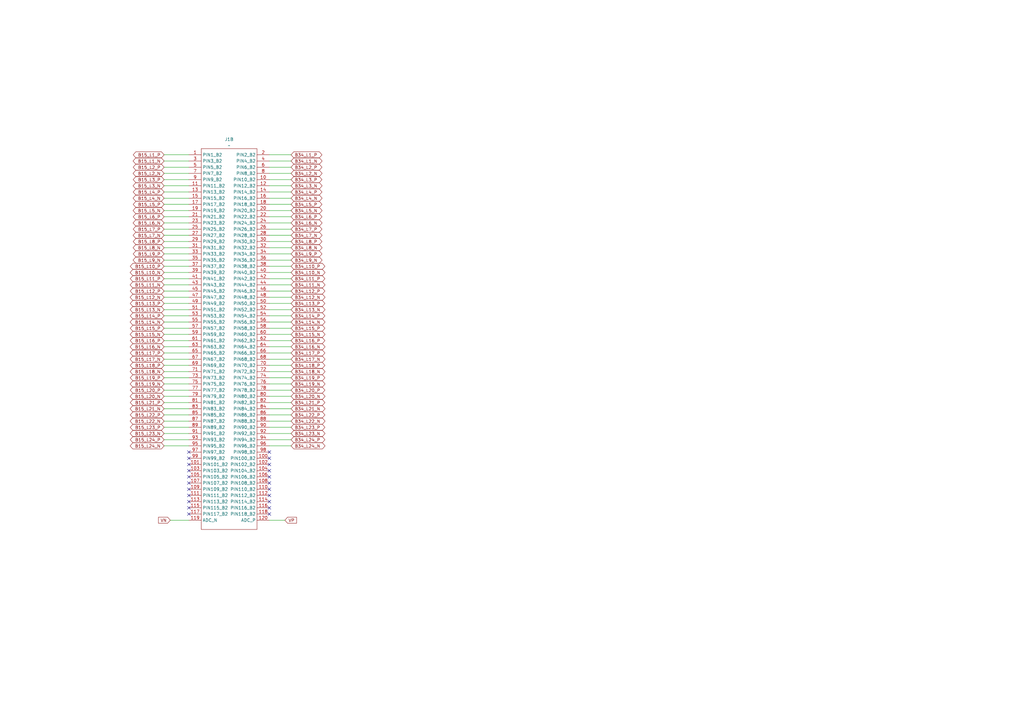
<source format=kicad_sch>
(kicad_sch (version 20231120) (generator "eeschema") (generator_version "8.0")
  (paper "A3")
  (no_connect (at 110.49 200.66))
  (no_connect (at 110.49 190.5))
  (no_connect (at 77.47 205.74))
  (no_connect (at 77.47 185.42))
  (no_connect (at 110.49 203.2))
  (no_connect (at 77.47 203.2))
  (no_connect (at 77.47 208.28))
  (no_connect (at 110.49 208.28))
  (no_connect (at 110.49 205.74))
  (no_connect (at 110.49 193.04))
  (no_connect (at 110.49 195.58))
  (no_connect (at 77.47 187.96))
  (no_connect (at 110.49 185.42))
  (no_connect (at 77.47 210.82))
  (no_connect (at 110.49 198.12))
  (no_connect (at 77.47 198.12))
  (no_connect (at 77.47 200.66))
  (no_connect (at 110.49 210.82))
  (no_connect (at 110.49 187.96))
  (no_connect (at 77.47 195.58))
  (no_connect (at 77.47 190.5))
  (no_connect (at 77.47 193.04))
  (wire (pts (xy 67.31 106.68) (xy 77.47 106.68)))
  (wire (pts (xy 67.31 144.78) (xy 77.47 144.78)))
  (wire (pts (xy 67.31 71.12) (xy 77.47 71.12)))
  (wire (pts (xy 119.38 167.64) (xy 110.49 167.64)))
  (wire (pts (xy 67.31 170.18) (xy 77.47 170.18)))
  (wire (pts (xy 119.38 157.48) (xy 110.49 157.48)))
  (wire (pts (xy 119.38 111.76) (xy 110.49 111.76)))
  (wire (pts (xy 67.31 111.76) (xy 77.47 111.76)))
  (wire (pts (xy 67.31 137.16) (xy 77.47 137.16)))
  (wire (pts (xy 119.38 68.58) (xy 110.49 68.58)))
  (wire (pts (xy 119.38 149.86) (xy 110.49 149.86)))
  (wire (pts (xy 67.31 68.58) (xy 77.47 68.58)))
  (wire (pts (xy 67.31 160.02) (xy 77.47 160.02)))
  (wire (pts (xy 67.31 76.2) (xy 77.47 76.2)))
  (wire (pts (xy 67.31 175.26) (xy 77.47 175.26)))
  (wire (pts (xy 67.31 129.54) (xy 77.47 129.54)))
  (wire (pts (xy 119.38 139.7) (xy 110.49 139.7)))
  (wire (pts (xy 119.38 172.72) (xy 110.49 172.72)))
  (wire (pts (xy 67.31 119.38) (xy 77.47 119.38)))
  (wire (pts (xy 119.38 154.94) (xy 110.49 154.94)))
  (wire (pts (xy 67.31 152.4) (xy 77.47 152.4)))
  (wire (pts (xy 67.31 86.36) (xy 77.47 86.36)))
  (wire (pts (xy 67.31 139.7) (xy 77.47 139.7)))
  (wire (pts (xy 67.31 182.88) (xy 77.47 182.88)))
  (wire (pts (xy 67.31 88.9) (xy 77.47 88.9)))
  (wire (pts (xy 67.31 96.52) (xy 77.47 96.52)))
  (wire (pts (xy 67.31 78.74) (xy 77.47 78.74)))
  (wire (pts (xy 119.38 81.28) (xy 110.49 81.28)))
  (wire (pts (xy 67.31 157.48) (xy 77.47 157.48)))
  (wire (pts (xy 67.31 172.72) (xy 77.47 172.72)))
  (wire (pts (xy 67.31 165.1) (xy 77.47 165.1)))
  (wire (pts (xy 119.38 71.12) (xy 110.49 71.12)))
  (wire (pts (xy 67.31 149.86) (xy 77.47 149.86)))
  (wire (pts (xy 67.31 104.14) (xy 77.47 104.14)))
  (wire (pts (xy 119.38 177.8) (xy 110.49 177.8)))
  (wire (pts (xy 119.38 73.66) (xy 110.49 73.66)))
  (wire (pts (xy 67.31 147.32) (xy 77.47 147.32)))
  (wire (pts (xy 119.38 165.1) (xy 110.49 165.1)))
  (wire (pts (xy 119.38 88.9) (xy 110.49 88.9)))
  (wire (pts (xy 119.38 182.88) (xy 110.49 182.88)))
  (wire (pts (xy 119.38 152.4) (xy 110.49 152.4)))
  (wire (pts (xy 119.38 147.32) (xy 110.49 147.32)))
  (wire (pts (xy 67.31 101.6) (xy 77.47 101.6)))
  (wire (pts (xy 67.31 83.82) (xy 77.47 83.82)))
  (wire (pts (xy 67.31 81.28) (xy 77.47 81.28)))
  (wire (pts (xy 67.31 66.04) (xy 77.47 66.04)))
  (wire (pts (xy 67.31 127) (xy 77.47 127)))
  (wire (pts (xy 119.38 180.34) (xy 110.49 180.34)))
  (wire (pts (xy 67.31 132.08) (xy 77.47 132.08)))
  (wire (pts (xy 67.31 109.22) (xy 77.47 109.22)))
  (wire (pts (xy 67.31 99.06) (xy 77.47 99.06)))
  (wire (pts (xy 119.38 76.2) (xy 110.49 76.2)))
  (wire (pts (xy 67.31 142.24) (xy 77.47 142.24)))
  (wire (pts (xy 119.38 114.3) (xy 110.49 114.3)))
  (wire (pts (xy 119.38 129.54) (xy 110.49 129.54)))
  (wire (pts (xy 119.38 160.02) (xy 110.49 160.02)))
  (wire (pts (xy 119.38 91.44) (xy 110.49 91.44)))
  (wire (pts (xy 119.38 63.5) (xy 110.49 63.5)))
  (wire (pts (xy 119.38 127) (xy 110.49 127)))
  (wire (pts (xy 67.31 134.62) (xy 77.47 134.62)))
  (wire (pts (xy 67.31 121.92) (xy 77.47 121.92)))
  (wire (pts (xy 67.31 124.46) (xy 77.47 124.46)))
  (wire (pts (xy 119.38 104.14) (xy 110.49 104.14)))
  (wire (pts (xy 119.38 96.52) (xy 110.49 96.52)))
  (wire (pts (xy 119.38 121.92) (xy 110.49 121.92)))
  (wire (pts (xy 67.31 154.94) (xy 77.47 154.94)))
  (wire (pts (xy 119.38 78.74) (xy 110.49 78.74)))
  (wire (pts (xy 119.38 83.82) (xy 110.49 83.82)))
  (wire (pts (xy 67.31 180.34) (xy 77.47 180.34)))
  (wire (pts (xy 67.31 167.64) (xy 77.47 167.64)))
  (wire (pts (xy 67.31 114.3) (xy 77.47 114.3)))
  (wire (pts (xy 67.31 63.5) (xy 77.47 63.5)))
  (wire (pts (xy 119.38 124.46) (xy 110.49 124.46)))
  (wire (pts (xy 69.85 213.36) (xy 77.47 213.36)))
  (wire (pts (xy 119.38 175.26) (xy 110.49 175.26)))
  (wire (pts (xy 119.38 144.78) (xy 110.49 144.78)))
  (wire (pts (xy 119.38 86.36) (xy 110.49 86.36)))
  (wire (pts (xy 67.31 91.44) (xy 77.47 91.44)))
  (wire (pts (xy 119.38 66.04) (xy 110.49 66.04)))
  (wire (pts (xy 67.31 93.98) (xy 77.47 93.98)))
  (wire (pts (xy 119.38 99.06) (xy 110.49 99.06)))
  (wire (pts (xy 119.38 119.38) (xy 110.49 119.38)))
  (wire (pts (xy 67.31 162.56) (xy 77.47 162.56)))
  (wire (pts (xy 67.31 116.84) (xy 77.47 116.84)))
  (wire (pts (xy 119.38 132.08) (xy 110.49 132.08)))
  (wire (pts (xy 119.38 101.6) (xy 110.49 101.6)))
  (wire (pts (xy 67.31 177.8) (xy 77.47 177.8)))
  (wire (pts (xy 119.38 134.62) (xy 110.49 134.62)))
  (wire (pts (xy 119.38 109.22) (xy 110.49 109.22)))
  (wire (pts (xy 119.38 93.98) (xy 110.49 93.98)))
  (wire (pts (xy 116.84 213.36) (xy 110.49 213.36)))
  (wire (pts (xy 119.38 170.18) (xy 110.49 170.18)))
  (wire (pts (xy 67.31 73.66) (xy 77.47 73.66)))
  (wire (pts (xy 119.38 116.84) (xy 110.49 116.84)))
  (wire (pts (xy 119.38 142.24) (xy 110.49 142.24)))
  (wire (pts (xy 119.38 106.68) (xy 110.49 106.68)))
  (wire (pts (xy 119.38 137.16) (xy 110.49 137.16)))
  (wire (pts (xy 119.38 162.56) (xy 110.49 162.56)))
  (global_label "VN" (shape input) (at 69.85 213.36 180) (property "Intersheetrefs" "${INTERSHEET_REFS}" (effects (hide yes))))
  (global_label "B15_L11_N" (shape bidirectional) (at 67.31 116.84 180) (property "Intersheetrefs" "${INTERSHEET_REFS}" (effects (hide yes))))
  (global_label "B15_L7_P" (shape bidirectional) (at 67.31 93.98 180) (property "Intersheetrefs" "${INTERSHEET_REFS}" (effects (hide yes))))
  (global_label "B15_L24_P" (shape bidirectional) (at 67.31 180.34 180) (property "Intersheetrefs" "${INTERSHEET_REFS}" (effects (hide yes))))
  (global_label "B34_L21_P" (shape bidirectional) (at 119.38 165.1 0) (property "Intersheetrefs" "${INTERSHEET_REFS}" (effects (hide yes))))
  (global_label "B15_L11_P" (shape bidirectional) (at 67.31 114.3 180) (property "Intersheetrefs" "${INTERSHEET_REFS}" (effects (hide yes))))
  (global_label "B15_L14_P" (shape bidirectional) (at 67.31 129.54 180) (property "Intersheetrefs" "${INTERSHEET_REFS}" (effects (hide yes))))
  (global_label "B34_L2_P" (shape bidirectional) (at 119.38 68.58 0) (property "Intersheetrefs" "${INTERSHEET_REFS}" (effects (hide yes))))
  (global_label "B15_L18_P" (shape bidirectional) (at 67.31 149.86 180) (property "Intersheetrefs" "${INTERSHEET_REFS}" (effects (hide yes))))
  (global_label "B34_L4_P" (shape bidirectional) (at 119.38 78.74 0) (property "Intersheetrefs" "${INTERSHEET_REFS}" (effects (hide yes))))
  (global_label "B34_L7_P" (shape bidirectional) (at 119.38 93.98 0) (property "Intersheetrefs" "${INTERSHEET_REFS}" (effects (hide yes))))
  (global_label "B34_L2_N" (shape bidirectional) (at 119.38 71.12 0) (property "Intersheetrefs" "${INTERSHEET_REFS}" (effects (hide yes))))
  (global_label "B34_L9_P" (shape bidirectional) (at 119.38 104.14 0) (property "Intersheetrefs" "${INTERSHEET_REFS}" (effects (hide yes))))
  (global_label "B34_L16_P" (shape bidirectional) (at 119.38 139.7 0) (property "Intersheetrefs" "${INTERSHEET_REFS}" (effects (hide yes))))
  (global_label "B15_L21_N" (shape bidirectional) (at 67.31 167.64 180) (property "Intersheetrefs" "${INTERSHEET_REFS}" (effects (hide yes))))
  (global_label "B34_L19_P" (shape bidirectional) (at 119.38 154.94 0) (property "Intersheetrefs" "${INTERSHEET_REFS}" (effects (hide yes))))
  (global_label "B34_L14_N" (shape bidirectional) (at 119.38 132.08 0) (property "Intersheetrefs" "${INTERSHEET_REFS}" (effects (hide yes))))
  (global_label "B15_L14_N" (shape bidirectional) (at 67.31 132.08 180) (property "Intersheetrefs" "${INTERSHEET_REFS}" (effects (hide yes))))
  (global_label "B34_L3_N" (shape bidirectional) (at 119.38 76.2 0) (property "Intersheetrefs" "${INTERSHEET_REFS}" (effects (hide yes))))
  (global_label "B15_L9_P" (shape bidirectional) (at 67.31 104.14 180) (property "Intersheetrefs" "${INTERSHEET_REFS}" (effects (hide yes))))
  (global_label "B15_L15_P" (shape bidirectional) (at 67.31 134.62 180) (property "Intersheetrefs" "${INTERSHEET_REFS}" (effects (hide yes))))
  (global_label "B34_L23_P" (shape bidirectional) (at 119.38 175.26 0) (property "Intersheetrefs" "${INTERSHEET_REFS}" (effects (hide yes))))
  (global_label "B34_L24_P" (shape bidirectional) (at 119.38 180.34 0) (property "Intersheetrefs" "${INTERSHEET_REFS}" (effects (hide yes))))
  (global_label "B34_L11_P" (shape bidirectional) (at 119.38 114.3 0) (property "Intersheetrefs" "${INTERSHEET_REFS}" (effects (hide yes))))
  (global_label "B34_L5_P" (shape bidirectional) (at 119.38 83.82 0) (property "Intersheetrefs" "${INTERSHEET_REFS}" (effects (hide yes))))
  (global_label "B34_L17_N" (shape bidirectional) (at 119.38 147.32 0) (property "Intersheetrefs" "${INTERSHEET_REFS}" (effects (hide yes))))
  (global_label "B34_L1_N" (shape bidirectional) (at 119.38 66.04 0) (property "Intersheetrefs" "${INTERSHEET_REFS}" (effects (hide yes))))
  (global_label "B34_L14_P" (shape bidirectional) (at 119.38 129.54 0) (property "Intersheetrefs" "${INTERSHEET_REFS}" (effects (hide yes))))
  (global_label "B15_L19_P" (shape bidirectional) (at 67.31 154.94 180) (property "Intersheetrefs" "${INTERSHEET_REFS}" (effects (hide yes))))
  (global_label "B15_L23_N" (shape bidirectional) (at 67.31 177.8 180) (property "Intersheetrefs" "${INTERSHEET_REFS}" (effects (hide yes))))
  (global_label "B34_L11_N" (shape bidirectional) (at 119.38 116.84 0) (property "Intersheetrefs" "${INTERSHEET_REFS}" (effects (hide yes))))
  (global_label "B15_L16_N" (shape bidirectional) (at 67.31 142.24 180) (property "Intersheetrefs" "${INTERSHEET_REFS}" (effects (hide yes))))
  (global_label "B34_L7_N" (shape bidirectional) (at 119.38 96.52 0) (property "Intersheetrefs" "${INTERSHEET_REFS}" (effects (hide yes))))
  (global_label "B34_L3_P" (shape bidirectional) (at 119.38 73.66 0) (property "Intersheetrefs" "${INTERSHEET_REFS}" (effects (hide yes))))
  (global_label "B15_L22_N" (shape bidirectional) (at 67.31 172.72 180) (property "Intersheetrefs" "${INTERSHEET_REFS}" (effects (hide yes))))
  (global_label "B34_L4_N" (shape bidirectional) (at 119.38 81.28 0) (property "Intersheetrefs" "${INTERSHEET_REFS}" (effects (hide yes))))
  (global_label "B15_L5_N" (shape bidirectional) (at 67.31 86.36 180) (property "Intersheetrefs" "${INTERSHEET_REFS}" (effects (hide yes))))
  (global_label "B15_L12_P" (shape bidirectional) (at 67.31 119.38 180) (property "Intersheetrefs" "${INTERSHEET_REFS}" (effects (hide yes))))
  (global_label "B34_L13_N" (shape bidirectional) (at 119.38 127 0) (property "Intersheetrefs" "${INTERSHEET_REFS}" (effects (hide yes))))
  (global_label "B34_L8_P" (shape bidirectional) (at 119.38 99.06 0) (property "Intersheetrefs" "${INTERSHEET_REFS}" (effects (hide yes))))
  (global_label "B15_L18_N" (shape bidirectional) (at 67.31 152.4 180) (property "Intersheetrefs" "${INTERSHEET_REFS}" (effects (hide yes))))
  (global_label "B15_L4_N" (shape bidirectional) (at 67.31 81.28 180) (property "Intersheetrefs" "${INTERSHEET_REFS}" (effects (hide yes))))
  (global_label "B15_L3_N" (shape bidirectional) (at 67.31 76.2 180) (property "Intersheetrefs" "${INTERSHEET_REFS}" (effects (hide yes))))
  (global_label "B34_L24_N" (shape bidirectional) (at 119.38 182.88 0) (property "Intersheetrefs" "${INTERSHEET_REFS}" (effects (hide yes))))
  (global_label "B34_L10_N" (shape bidirectional) (at 119.38 111.76 0) (property "Intersheetrefs" "${INTERSHEET_REFS}" (effects (hide yes))))
  (global_label "B15_L17_P" (shape bidirectional) (at 67.31 144.78 180) (property "Intersheetrefs" "${INTERSHEET_REFS}" (effects (hide yes))))
  (global_label "B34_L20_N" (shape bidirectional) (at 119.38 162.56 0) (property "Intersheetrefs" "${INTERSHEET_REFS}" (effects (hide yes))))
  (global_label "B34_L12_N" (shape bidirectional) (at 119.38 121.92 0) (property "Intersheetrefs" "${INTERSHEET_REFS}" (effects (hide yes))))
  (global_label "B15_L20_P" (shape bidirectional) (at 67.31 160.02 180) (property "Intersheetrefs" "${INTERSHEET_REFS}" (effects (hide yes))))
  (global_label "B34_L22_P" (shape bidirectional) (at 119.38 170.18 0) (property "Intersheetrefs" "${INTERSHEET_REFS}" (effects (hide yes))))
  (global_label "B15_L19_N" (shape bidirectional) (at 67.31 157.48 180) (property "Intersheetrefs" "${INTERSHEET_REFS}" (effects (hide yes))))
  (global_label "B15_L24_N" (shape bidirectional) (at 67.31 182.88 180) (property "Intersheetrefs" "${INTERSHEET_REFS}" (effects (hide yes))))
  (global_label "B34_L18_N" (shape bidirectional) (at 119.38 152.4 0) (property "Intersheetrefs" "${INTERSHEET_REFS}" (effects (hide yes))))
  (global_label "B34_L5_N" (shape bidirectional) (at 119.38 86.36 0) (property "Intersheetrefs" "${INTERSHEET_REFS}" (effects (hide yes))))
  (global_label "B15_L20_N" (shape bidirectional) (at 67.31 162.56 180) (property "Intersheetrefs" "${INTERSHEET_REFS}" (effects (hide yes))))
  (global_label "B34_L12_P" (shape bidirectional) (at 119.38 119.38 0) (property "Intersheetrefs" "${INTERSHEET_REFS}" (effects (hide yes))))
  (global_label "B15_L2_P" (shape bidirectional) (at 67.31 68.58 180) (property "Intersheetrefs" "${INTERSHEET_REFS}" (effects (hide yes))))
  (global_label "B15_L5_P" (shape bidirectional) (at 67.31 83.82 180) (property "Intersheetrefs" "${INTERSHEET_REFS}" (effects (hide yes))))
  (global_label "B15_L21_P" (shape bidirectional) (at 67.31 165.1 180) (property "Intersheetrefs" "${INTERSHEET_REFS}" (effects (hide yes))))
  (global_label "B34_L17_P" (shape bidirectional) (at 119.38 144.78 0) (property "Intersheetrefs" "${INTERSHEET_REFS}" (effects (hide yes))))
  (global_label "B15_L13_N" (shape bidirectional) (at 67.31 127 180) (property "Intersheetrefs" "${INTERSHEET_REFS}" (effects (hide yes))))
  (global_label "B34_L1_P" (shape bidirectional) (at 119.38 63.5 0) (property "Intersheetrefs" "${INTERSHEET_REFS}" (effects (hide yes))))
  (global_label "B15_L17_N" (shape bidirectional) (at 67.31 147.32 180) (property "Intersheetrefs" "${INTERSHEET_REFS}" (effects (hide yes))))
  (global_label "B15_L10_N" (shape bidirectional) (at 67.31 111.76 180) (property "Intersheetrefs" "${INTERSHEET_REFS}" (effects (hide yes))))
  (global_label "B15_L2_N" (shape bidirectional) (at 67.31 71.12 180) (property "Intersheetrefs" "${INTERSHEET_REFS}" (effects (hide yes))))
  (global_label "B15_L22_P" (shape bidirectional) (at 67.31 170.18 180) (property "Intersheetrefs" "${INTERSHEET_REFS}" (effects (hide yes))))
  (global_label "B15_L10_P" (shape bidirectional) (at 67.31 109.22 180) (property "Intersheetrefs" "${INTERSHEET_REFS}" (effects (hide yes))))
  (global_label "B15_L6_N" (shape bidirectional) (at 67.31 91.44 180) (property "Intersheetrefs" "${INTERSHEET_REFS}" (effects (hide yes))))
  (global_label "B15_L9_N" (shape bidirectional) (at 67.31 106.68 180) (property "Intersheetrefs" "${INTERSHEET_REFS}" (effects (hide yes))))
  (global_label "B34_L6_N" (shape bidirectional) (at 119.38 91.44 0) (property "Intersheetrefs" "${INTERSHEET_REFS}" (effects (hide yes))))
  (global_label "B34_L16_N" (shape bidirectional) (at 119.38 142.24 0) (property "Intersheetrefs" "${INTERSHEET_REFS}" (effects (hide yes))))
  (global_label "B15_L1_P" (shape bidirectional) (at 67.31 63.5 180) (property "Intersheetrefs" "${INTERSHEET_REFS}" (effects (hide yes))))
  (global_label "B15_L12_N" (shape bidirectional) (at 67.31 121.92 180) (property "Intersheetrefs" "${INTERSHEET_REFS}" (effects (hide yes))))
  (global_label "B34_L15_N" (shape bidirectional) (at 119.38 137.16 0) (property "Intersheetrefs" "${INTERSHEET_REFS}" (effects (hide yes))))
  (global_label "B34_L21_N" (shape bidirectional) (at 119.38 167.64 0) (property "Intersheetrefs" "${INTERSHEET_REFS}" (effects (hide yes))))
  (global_label "B34_L15_P" (shape bidirectional) (at 119.38 134.62 0) (property "Intersheetrefs" "${INTERSHEET_REFS}" (effects (hide yes))))
  (global_label "B15_L3_P" (shape bidirectional) (at 67.31 73.66 180) (property "Intersheetrefs" "${INTERSHEET_REFS}" (effects (hide yes))))
  (global_label "B15_L15_N" (shape bidirectional) (at 67.31 137.16 180) (property "Intersheetrefs" "${INTERSHEET_REFS}" (effects (hide yes))))
  (global_label "B34_L19_N" (shape bidirectional) (at 119.38 157.48 0) (property "Intersheetrefs" "${INTERSHEET_REFS}" (effects (hide yes))))
  (global_label "B15_L23_P" (shape bidirectional) (at 67.31 175.26 180) (property "Intersheetrefs" "${INTERSHEET_REFS}" (effects (hide yes))))
  (global_label "B34_L20_P" (shape bidirectional) (at 119.38 160.02 0) (property "Intersheetrefs" "${INTERSHEET_REFS}" (effects (hide yes))))
  (global_label "B34_L22_N" (shape bidirectional) (at 119.38 172.72 0) (property "Intersheetrefs" "${INTERSHEET_REFS}" (effects (hide yes))))
  (global_label "B15_L8_P" (shape bidirectional) (at 67.31 99.06 180) (property "Intersheetrefs" "${INTERSHEET_REFS}" (effects (hide yes))))
  (global_label "B15_L6_P" (shape bidirectional) (at 67.31 88.9 180) (property "Intersheetrefs" "${INTERSHEET_REFS}" (effects (hide yes))))
  (global_label "B34_L23_N" (shape bidirectional) (at 119.38 177.8 0) (property "Intersheetrefs" "${INTERSHEET_REFS}" (effects (hide yes))))
  (global_label "VP" (shape input) (at 116.84 213.36 0) (property "Intersheetrefs" "${INTERSHEET_REFS}" (effects (hide yes))))
  (global_label "B34_L18_P" (shape bidirectional) (at 119.38 149.86 0) (property "Intersheetrefs" "${INTERSHEET_REFS}" (effects (hide yes))))
  (global_label "B15_L4_P" (shape bidirectional) (at 67.31 78.74 180) (property "Intersheetrefs" "${INTERSHEET_REFS}" (effects (hide yes))))
  (global_label "B34_L13_P" (shape bidirectional) (at 119.38 124.46 0) (property "Intersheetrefs" "${INTERSHEET_REFS}" (effects (hide yes))))
  (global_label "B34_L6_P" (shape bidirectional) (at 119.38 88.9 0) (property "Intersheetrefs" "${INTERSHEET_REFS}" (effects (hide yes))))
  (global_label "B15_L13_P" (shape bidirectional) (at 67.31 124.46 180) (property "Intersheetrefs" "${INTERSHEET_REFS}" (effects (hide yes))))
  (global_label "B15_L16_P" (shape bidirectional) (at 67.31 139.7 180) (property "Intersheetrefs" "${INTERSHEET_REFS}" (effects (hide yes))))
  (global_label "B15_L8_N" (shape bidirectional) (at 67.31 101.6 180) (property "Intersheetrefs" "${INTERSHEET_REFS}" (effects (hide yes))))
  (global_label "B15_L1_N" (shape bidirectional) (at 67.31 66.04 180) (property "Intersheetrefs" "${INTERSHEET_REFS}" (effects (hide yes))))
  (global_label "B34_L8_N" (shape bidirectional) (at 119.38 101.6 0) (property "Intersheetrefs" "${INTERSHEET_REFS}" (effects (hide yes))))
  (global_label "B15_L7_N" (shape bidirectional) (at 67.31 96.52 180) (property "Intersheetrefs" "${INTERSHEET_REFS}" (effects (hide yes))))
  (global_label "B34_L10_P" (shape bidirectional) (at 119.38 109.22 0) (property "Intersheetrefs" "${INTERSHEET_REFS}" (effects (hide yes))))
  (global_label "B34_L9_N" (shape bidirectional) (at 119.38 106.68 0) (property "Intersheetrefs" "${INTERSHEET_REFS}" (effects (hide yes))))
  (symbol (lib_id "SOM_library:SoM_male") (at 93.98 137.16 0) (unit 2)
    (property "Reference" "J1" (at 93.98 57.15 0))
    (property "Value" "~" (at 93.98 59.69 0))
  )
)
</source>
